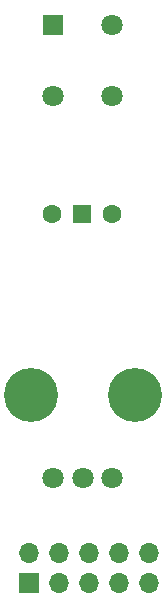
<source format=gbr>
%TF.GenerationSoftware,KiCad,Pcbnew,8.0.3*%
%TF.CreationDate,2025-02-04T11:13:52+01:00*%
%TF.ProjectId,RC,52432e6b-6963-4616-945f-706362585858,rev?*%
%TF.SameCoordinates,Original*%
%TF.FileFunction,Soldermask,Bot*%
%TF.FilePolarity,Negative*%
%FSLAX46Y46*%
G04 Gerber Fmt 4.6, Leading zero omitted, Abs format (unit mm)*
G04 Created by KiCad (PCBNEW 8.0.3) date 2025-02-04 11:13:52*
%MOMM*%
%LPD*%
G01*
G04 APERTURE LIST*
%ADD10R,1.700000X1.700000*%
%ADD11O,1.700000X1.700000*%
%ADD12R,1.500000X1.500000*%
%ADD13C,1.600000*%
%ADD14R,1.800000X1.800000*%
%ADD15C,1.800000*%
%ADD16C,4.575000*%
G04 APERTURE END LIST*
D10*
%TO.C,J1*%
X144925000Y-121275000D03*
D11*
X144925000Y-118735000D03*
X147465000Y-121275000D03*
X147465000Y-118735000D03*
X150005000Y-121275000D03*
X150005000Y-118735000D03*
X152545000Y-121275000D03*
X152545000Y-118735000D03*
X155085000Y-121275000D03*
X155085000Y-118735000D03*
%TD*%
D12*
%TO.C,SW2*%
X149460000Y-90000000D03*
D13*
X146920000Y-90000000D03*
X152000000Y-90000000D03*
%TD*%
D14*
%TO.C,SW1*%
X147000000Y-74000000D03*
D15*
X152000000Y-74000000D03*
X147000000Y-80000000D03*
X152000000Y-80000000D03*
%TD*%
%TO.C,VR1*%
X147000000Y-112325000D03*
X149500000Y-112325000D03*
X152000000Y-112325000D03*
D16*
X145100000Y-105325000D03*
X153900000Y-105325000D03*
%TD*%
M02*

</source>
